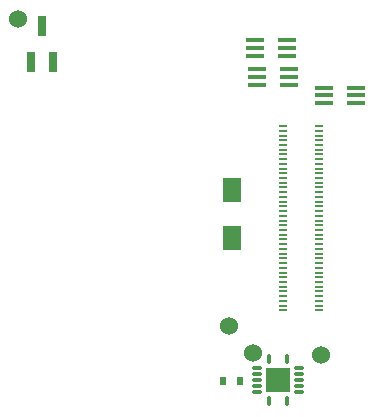
<source format=gtp>
G04 #@! TF.FileFunction,Paste,Top*
%FSLAX46Y46*%
G04 Gerber Fmt 4.6, Leading zero omitted, Abs format (unit mm)*
G04 Created by KiCad (PCBNEW 4.0.1-stable) date Tuesday, March 08, 2016 'PMt' 12:04:07 PM*
%MOMM*%
G01*
G04 APERTURE LIST*
%ADD10C,0.100000*%
%ADD11O,0.280000X0.990000*%
%ADD12O,0.990000X0.280000*%
%ADD13R,2.050000X2.050000*%
%ADD14R,1.501140X0.398780*%
%ADD15R,1.600000X2.000000*%
%ADD16R,0.600000X0.700000*%
%ADD17R,0.800100X1.800860*%
%ADD18R,0.700000X0.200000*%
%ADD19C,1.524000*%
G04 APERTURE END LIST*
D10*
D11*
X158450000Y-123495000D03*
D12*
X159495000Y-122700000D03*
X159495000Y-122200000D03*
X159495000Y-121700000D03*
X159495000Y-121200000D03*
X159495000Y-120700000D03*
D11*
X158450000Y-119905000D03*
X156950000Y-119905000D03*
D12*
X155905000Y-120700000D03*
X155905000Y-121200000D03*
X155905000Y-121700000D03*
X155905000Y-122200000D03*
X155905000Y-122700000D03*
D11*
X156950000Y-123495000D03*
D13*
X157700000Y-121700000D03*
D14*
X158461920Y-94250000D03*
X158461920Y-93599760D03*
X158461920Y-92949520D03*
X155800000Y-92949520D03*
X155800000Y-93599760D03*
X155800000Y-94250000D03*
X164300000Y-98250000D03*
X164300000Y-97599760D03*
X164300000Y-96949520D03*
X161638080Y-96949520D03*
X161638080Y-97599760D03*
X161638080Y-98250000D03*
X158611920Y-96700000D03*
X158611920Y-96049760D03*
X158611920Y-95399520D03*
X155950000Y-95399520D03*
X155950000Y-96049760D03*
X155950000Y-96700000D03*
D15*
X153810000Y-109650000D03*
X153810000Y-105650000D03*
D16*
X154500000Y-121800000D03*
X153100000Y-121800000D03*
D17*
X136780000Y-94751140D03*
X138680000Y-94751140D03*
X137730000Y-91748860D03*
D18*
X161190000Y-100200000D03*
X161190000Y-100600000D03*
X161190000Y-101000000D03*
X161190000Y-101400000D03*
X161190000Y-101800000D03*
X161190000Y-102200000D03*
X161190000Y-102600000D03*
X161190000Y-103000000D03*
X161190000Y-103400000D03*
X161190000Y-103800000D03*
X161190000Y-107800000D03*
X161190000Y-107400000D03*
X161190000Y-107000000D03*
X161190000Y-106600000D03*
X161190000Y-106200000D03*
X161190000Y-105800000D03*
X161190000Y-105400000D03*
X161190000Y-105000000D03*
X161190000Y-104600000D03*
X161190000Y-104200000D03*
X161190000Y-108200000D03*
X161190000Y-108600000D03*
X161190000Y-109000000D03*
X161190000Y-109400000D03*
X161190000Y-109800000D03*
X161190000Y-110200000D03*
X161190000Y-110600000D03*
X161190000Y-111000000D03*
X161190000Y-111400000D03*
X161190000Y-111800000D03*
X161190000Y-115800000D03*
X161190000Y-115400000D03*
X161190000Y-115000000D03*
X161190000Y-114600000D03*
X161190000Y-114200000D03*
X161190000Y-113800000D03*
X161190000Y-113400000D03*
X161190000Y-113000000D03*
X161190000Y-112600000D03*
X161190000Y-112200000D03*
X158110000Y-112200000D03*
X158110000Y-112600000D03*
X158110000Y-113000000D03*
X158110000Y-113400000D03*
X158110000Y-113800000D03*
X158110000Y-114200000D03*
X158110000Y-114600000D03*
X158110000Y-115000000D03*
X158110000Y-115400000D03*
X158110000Y-115800000D03*
X158110000Y-111800000D03*
X158110000Y-111400000D03*
X158110000Y-111000000D03*
X158110000Y-110600000D03*
X158110000Y-110200000D03*
X158110000Y-109800000D03*
X158110000Y-109400000D03*
X158110000Y-109000000D03*
X158110000Y-108600000D03*
X158110000Y-108200000D03*
X158110000Y-104200000D03*
X158110000Y-104600000D03*
X158110000Y-105000000D03*
X158110000Y-105400000D03*
X158110000Y-105800000D03*
X158110000Y-106200000D03*
X158110000Y-106600000D03*
X158110000Y-107000000D03*
X158110000Y-107400000D03*
X158110000Y-107800000D03*
X158110000Y-103800000D03*
X158110000Y-103400000D03*
X158110000Y-103000000D03*
X158110000Y-102600000D03*
X158110000Y-102200000D03*
X158110000Y-101800000D03*
X158110000Y-101400000D03*
X158110000Y-101000000D03*
X158110000Y-100600000D03*
X158110000Y-100200000D03*
D19*
X153600000Y-117100000D03*
X155600000Y-119400000D03*
X161400000Y-119600000D03*
X135700000Y-91100000D03*
M02*

</source>
